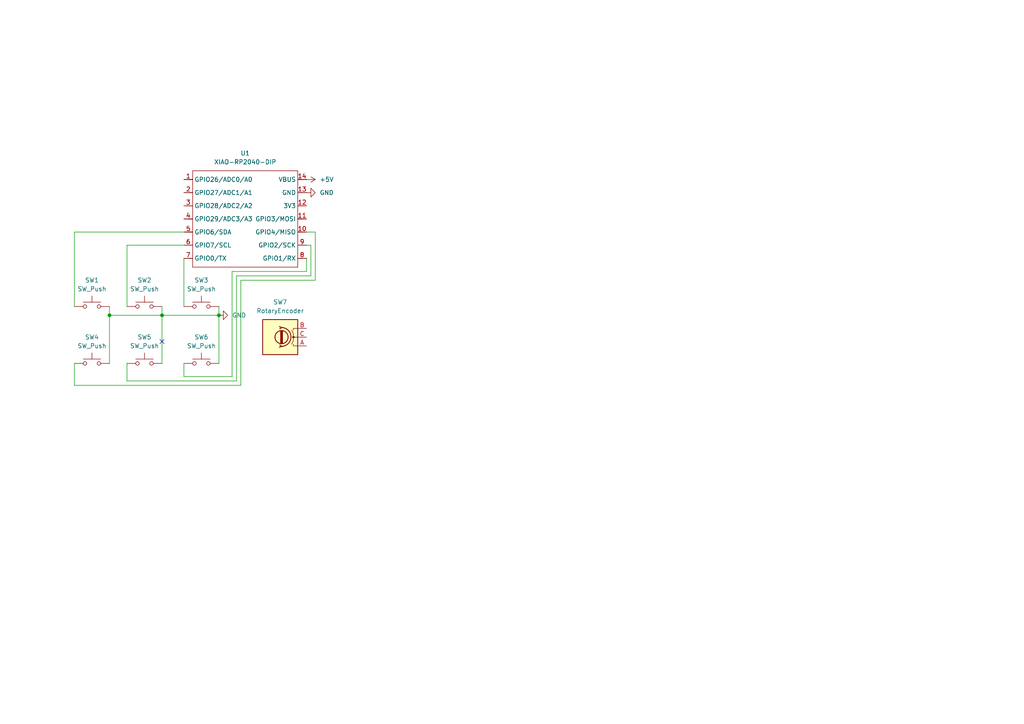
<source format=kicad_sch>
(kicad_sch (version 20231120) (generator "eeschema") (generator_version "8.0")
  (paper "A4")
  (lib_symbols
    (symbol "Device:RotaryEncoder" (pin_names (offset 0.254) hide)
      (property "Reference" "SW" (at 0 6.604 0))
      (property "Value" "RotaryEncoder" (at 0 -6.604 0))
      (symbol "RotaryEncoder_0_1"
        (rectangle (start -5.08 5.08) (end 5.08 -5.08) (stroke (width 0.254)) (fill (type background)))
        (circle (center -3.81 0) (radius 0.254) (fill (type outline)))
        (circle (center -0.381 0) (radius 1.905) (stroke (width 0.254)))
        (arc (start -0.381 2.667) (mid -3.0988 -0.0635) (end -0.381 -2.794) (stroke (width 0.254)))
        (polyline (pts (xy -0.635 -1.778) (xy -0.635 1.778)) (stroke (width 0.254)))
        (polyline (pts (xy -0.381 -1.778) (xy -0.381 1.778)) (stroke (width 0.254)))
        (polyline (pts (xy -0.127 1.778) (xy -0.127 -1.778)) (stroke (width 0.254)))
        (polyline (pts (xy -5.08 -2.54) (xy -3.81 -2.54) (xy -3.81 -2.032)))
        (polyline (pts (xy -5.08 2.54) (xy -3.81 2.54) (xy -3.81 2.032)))
        (polyline (pts (xy 0.254 -3.048) (xy -0.508 -2.794) (xy 0.127 -2.413)) (stroke (width 0.254)))
        (polyline (pts (xy 0.254 2.921) (xy -0.508 2.667) (xy 0.127 2.286)) (stroke (width 0.254)))
        (polyline (pts (xy -5.08 0) (xy -3.81 0) (xy -3.81 -1.016) (xy -3.302 -2.032)))
        (polyline (pts (xy -4.318 0) (xy -3.81 0) (xy -3.81 1.016) (xy -3.302 2.032)))
      )
      (symbol "RotaryEncoder_1_1"
        (pin passive line (at -7.62 2.54 0) (length 2.54) (name "A") (number "A"))
        (pin passive line (at -7.62 -2.54 0) (length 2.54) (name "B") (number "B"))
        (pin passive line (at -7.62 0 0) (length 2.54) (name "C") (number "C"))
      )
    )
    (symbol "Seeed_Studio_XIAO_Series:XIAO-RP2040-DIP"
      (property "Reference" "U" (at 0 0 0))
      (property "Value" "XIAO-RP2040-DIP" (at 5.334 -1.778 0))
      (symbol "XIAO-RP2040-DIP_1_0"
        (polyline (pts (xy -1.27 -30.48) (xy -1.27 -16.51)) (stroke (width 0.1524)))
        (polyline (pts (xy -1.27 -27.94) (xy -2.54 -27.94)) (stroke (width 0.1524)))
        (polyline (pts (xy -1.27 -24.13) (xy -2.54 -24.13)) (stroke (width 0.1524)))
        (polyline (pts (xy -1.27 -20.32) (xy -2.54 -20.32)) (stroke (width 0.1524)))
        (polyline (pts (xy -1.27 -16.51) (xy -2.54 -16.51)) (stroke (width 0.1524)))
        (polyline (pts (xy -1.27 -16.51) (xy -1.27 -12.7)) (stroke (width 0.1524)))
        (polyline (pts (xy -1.27 -12.7) (xy -2.54 -12.7)) (stroke (width 0.1524)))
        (polyline (pts (xy -1.27 -12.7) (xy -1.27 -8.89)) (stroke (width 0.1524)))
        (polyline (pts (xy -1.27 -8.89) (xy -2.54 -8.89)) (stroke (width 0.1524)))
        (polyline (pts (xy -1.27 -8.89) (xy -1.27 -5.08)) (stroke (width 0.1524)))
        (polyline (pts (xy -1.27 -5.08) (xy -2.54 -5.08)) (stroke (width 0.1524)))
        (polyline (pts (xy -1.27 -5.08) (xy -1.27 -2.54)) (stroke (width 0.1524)))
        (polyline (pts (xy -1.27 -2.54) (xy 29.21 -2.54)) (stroke (width 0.1524)))
        (polyline (pts (xy 29.21 -30.48) (xy -1.27 -30.48)) (stroke (width 0.1524)))
        (polyline (pts (xy 29.21 -12.7) (xy 29.21 -30.48)) (stroke (width 0.1524)))
        (polyline (pts (xy 29.21 -8.89) (xy 29.21 -12.7)) (stroke (width 0.1524)))
        (polyline (pts (xy 29.21 -5.08) (xy 29.21 -8.89)) (stroke (width 0.1524)))
        (polyline (pts (xy 29.21 -2.54) (xy 29.21 -5.08)) (stroke (width 0.1524)))
        (polyline (pts (xy 30.48 -27.94) (xy 29.21 -27.94)) (stroke (width 0.1524)))
        (polyline (pts (xy 30.48 -24.13) (xy 29.21 -24.13)) (stroke (width 0.1524)))
        (polyline (pts (xy 30.48 -20.32) (xy 29.21 -20.32)) (stroke (width 0.1524)))
        (polyline (pts (xy 30.48 -16.51) (xy 29.21 -16.51)) (stroke (width 0.1524)))
        (polyline (pts (xy 30.48 -12.7) (xy 29.21 -12.7)) (stroke (width 0.1524)))
        (polyline (pts (xy 30.48 -8.89) (xy 29.21 -8.89)) (stroke (width 0.1524)))
        (polyline (pts (xy 30.48 -5.08) (xy 29.21 -5.08)) (stroke (width 0.1524)))
        (pin passive line (at -3.81 -5.08 0) (length 2.54) (name "GPIO26/ADC0/A0") (number "1"))
        (pin passive line (at 31.75 -20.32 180) (length 2.54) (name "GPIO4/MISO") (number "10"))
        (pin passive line (at 31.75 -16.51 180) (length 2.54) (name "GPIO3/MOSI") (number "11"))
        (pin passive line (at 31.75 -12.7 180) (length 2.54) (name "3V3") (number "12"))
        (pin passive line (at 31.75 -8.89 180) (length 2.54) (name "GND") (number "13"))
        (pin passive line (at 31.75 -5.08 180) (length 2.54) (name "VBUS") (number "14"))
        (pin passive line (at -3.81 -8.89 0) (length 2.54) (name "GPIO27/ADC1/A1") (number "2"))
        (pin passive line (at -3.81 -12.7 0) (length 2.54) (name "GPIO28/ADC2/A2") (number "3"))
        (pin passive line (at -3.81 -16.51 0) (length 2.54) (name "GPIO29/ADC3/A3") (number "4"))
        (pin passive line (at -3.81 -20.32 0) (length 2.54) (name "GPIO6/SDA") (number "5"))
        (pin passive line (at -3.81 -24.13 0) (length 2.54) (name "GPIO7/SCL") (number "6"))
        (pin passive line (at -3.81 -27.94 0) (length 2.54) (name "GPIO0/TX") (number "7"))
        (pin passive line (at 31.75 -27.94 180) (length 2.54) (name "GPIO1/RX") (number "8"))
        (pin passive line (at 31.75 -24.13 180) (length 2.54) (name "GPIO2/SCK") (number "9"))
      )
    )
    (symbol "Switch:SW_Push" (pin_numbers hide) (pin_names (offset 1.016) hide)
      (property "Reference" "SW" (at 1.27 2.54 0))
      (property "Value" "SW_Push" (at 0 -1.524 0))
      (symbol "SW_Push_0_1"
        (circle (center -2.032 0) (radius 0.508))
        (polyline (pts (xy 0 1.27) (xy 0 3.048)))
        (polyline (pts (xy 2.54 1.27) (xy -2.54 1.27)))
        (circle (center 2.032 0) (radius 0.508))
        (pin passive line (at -5.08 0 0) (length 2.54) (name "1") (number "1"))
        (pin passive line (at 5.08 0 180) (length 2.54) (name "2") (number "2"))
      )
    )
    (symbol "power:+5V" (power) (pin_numbers hide) (pin_names (offset 0) hide)
      (property "Value" "+5V" (at 0 3.556 0))
      (symbol "+5V_0_1"
        (polyline (pts (xy -0.762 1.27) (xy 0 2.54)))
        (polyline (pts (xy 0 0) (xy 0 2.54)))
        (polyline (pts (xy 0 2.54) (xy 0.762 1.27)))
      )
      (symbol "+5V_1_1"
        (pin power_in line (at 0 0 90) (length 0) (name "~") (number "1"))
      )
    )
    (symbol "power:GND" (power) (pin_numbers hide) (pin_names (offset 0) hide)
      (property "Value" "GND" (at 0 -3.81 0))
      (symbol "GND_0_1"
        (polyline (pts (xy 0 0) (xy 0 -1.27) (xy 1.27 -1.27) (xy 0 -2.54) (xy -1.27 -1.27) (xy 0 -1.27)))
      )
      (symbol "GND_1_1"
        (pin power_in line (at 0 0 270) (length 0) (name "~") (number "1"))
      )
    )
  )
  (junction (at 31.75 91.44))
  (junction (at 46.99 91.44))
  (junction (at 63.5 91.44))
  (no_connect (at 46.99 99.06))
  (wire (pts (xy 53.34 105.41) (xy 53.34 109.22)))
  (wire (pts (xy 36.83 88.9) (xy 36.83 71.12)))
  (wire (pts (xy 31.75 88.9) (xy 31.75 91.44)))
  (wire (pts (xy 31.75 91.44) (xy 31.75 105.41)))
  (wire (pts (xy 46.99 91.44) (xy 63.5 91.44)))
  (wire (pts (xy 91.44 81.28) (xy 91.44 67.31)))
  (wire (pts (xy 69.85 111.76) (xy 69.85 81.28)))
  (wire (pts (xy 67.31 78.74) (xy 67.31 109.22)))
  (wire (pts (xy 88.9 74.93) (xy 88.9 78.74)))
  (wire (pts (xy 68.58 110.49) (xy 68.58 80.01)))
  (wire (pts (xy 69.85 81.28) (xy 91.44 81.28)))
  (wire (pts (xy 53.34 74.93) (xy 53.34 88.9)))
  (wire (pts (xy 21.59 67.31) (xy 53.34 67.31)))
  (wire (pts (xy 36.83 105.41) (xy 36.83 110.49)))
  (wire (pts (xy 53.34 109.22) (xy 67.31 109.22)))
  (wire (pts (xy 90.17 71.12) (xy 88.9 71.12)))
  (wire (pts (xy 36.83 71.12) (xy 53.34 71.12)))
  (wire (pts (xy 67.31 78.74) (xy 88.9 78.74)))
  (wire (pts (xy 46.99 88.9) (xy 46.99 91.44)))
  (wire (pts (xy 63.5 91.44) (xy 63.5 105.41)))
  (wire (pts (xy 31.75 91.44) (xy 46.99 91.44)))
  (wire (pts (xy 21.59 88.9) (xy 21.59 67.31)))
  (wire (pts (xy 90.17 80.01) (xy 90.17 71.12)))
  (wire (pts (xy 63.5 88.9) (xy 63.5 91.44)))
  (wire (pts (xy 21.59 105.41) (xy 21.59 111.76)))
  (wire (pts (xy 36.83 110.49) (xy 68.58 110.49)))
  (wire (pts (xy 68.58 80.01) (xy 90.17 80.01)))
  (wire (pts (xy 21.59 111.76) (xy 69.85 111.76)))
  (wire (pts (xy 46.99 91.44) (xy 46.99 105.41)))
  (wire (pts (xy 91.44 67.31) (xy 88.9 67.31)))
  (symbol (lib_id "Switch:SW_Push") (at 58.42 88.9 0) (unit 1)
    (property "Reference" "SW3" (at 58.42 81.28 0))
    (property "Value" "SW_Push" (at 58.42 83.82 0))
    (property "Footprint" "Button_Switch_Keyboard:SW_Cherry_MX_1.00u_PCB" (effects (hide yes)))
    (property "Description" "Push button switch, generic, two pins" (effects (hide yes)))
  )
  (symbol (lib_id "Switch:SW_Push") (at 41.91 105.41 0) (unit 1)
    (property "Reference" "SW5" (at 41.91 97.79 0))
    (property "Value" "SW_Push" (at 41.91 100.33 0))
    (property "Footprint" "Button_Switch_Keyboard:SW_Cherry_MX_1.00u_PCB" (effects (hide yes)))
    (property "Description" "Push button switch, generic, two pins" (effects (hide yes)))
  )
  (symbol (lib_id "Switch:SW_Push") (at 26.67 105.41 0) (unit 1)
    (property "Reference" "SW4" (at 26.67 97.79 0))
    (property "Value" "SW_Push" (at 26.67 100.33 0))
    (property "Footprint" "Button_Switch_Keyboard:SW_Cherry_MX_1.00u_PCB" (effects (hide yes)))
    (property "Description" "Push button switch, generic, two pins" (effects (hide yes)))
  )
  (symbol (lib_id "Device:RotaryEncoder") (at 81.28 97.79 180) (unit 1)
    (property "Reference" "SW7" (at 81.28 87.63 0))
    (property "Value" "RotaryEncoder" (at 81.28 90.17 0))
    (property "Footprint" "Rotary_Encoder:RotaryEncoder_Alps_EC11E_Vertical_H20mm" (effects (hide yes)))
    (property "Description" "Rotary encoder, dual channel, incremental quadrate outputs" (effects (hide yes)))
  )
  (symbol (lib_id "power:+5V") (at 88.9 52.07 270) (unit 1)
    (property "Reference" "#PWR03" (effects (hide yes)))
    (property "Value" "+5V" (at 92.71 52.0699 90) (effects (justify left)))
    (property "Description" "Power symbol creates a global label with name \"+5V\"" (effects (hide yes)))
  )
  (symbol (lib_id "power:GND") (at 88.9 55.88 90) (unit 1)
    (property "Reference" "#PWR02" (effects (hide yes)))
    (property "Value" "GND" (at 92.71 55.8799 90) (effects (justify right)))
    (property "Description" "Power symbol creates a global label with name \"GND\" , ground" (effects (hide yes)))
  )
  (symbol (lib_id "power:GND") (at 63.5 91.44 90) (unit 1)
    (property "Reference" "#PWR01" (effects (hide yes)))
    (property "Value" "GND" (at 67.31 91.4399 90) (effects (justify right)))
    (property "Description" "Power symbol creates a global label with name \"GND\" , ground" (effects (hide yes)))
  )
  (symbol (lib_id "Seeed_Studio_XIAO_Series:XIAO-RP2040-DIP") (at 57.15 46.99 0) (unit 1)
    (property "Reference" "U1" (at 71.12 44.45 0))
    (property "Value" "XIAO-RP2040-DIP" (at 71.12 46.99 0))
    (property "Footprint" "Seeed Studio XIAO Series Library:XIAO-RP2040-DIP" (effects (hide yes)))
  )
  (symbol (lib_id "Switch:SW_Push") (at 58.42 105.41 0) (unit 1)
    (property "Reference" "SW6" (at 58.42 97.79 0))
    (property "Value" "SW_Push" (at 58.42 100.33 0))
    (property "Footprint" "Button_Switch_Keyboard:SW_Cherry_MX_1.00u_PCB" (effects (hide yes)))
    (property "Description" "Push button switch, generic, two pins" (effects (hide yes)))
  )
  (symbol (lib_id "Switch:SW_Push") (at 26.67 88.9 0) (unit 1)
    (property "Reference" "SW1" (at 26.67 81.28 0))
    (property "Value" "SW_Push" (at 26.67 83.82 0))
    (property "Footprint" "Button_Switch_Keyboard:SW_Cherry_MX_1.00u_PCB" (effects (hide yes)))
    (property "Description" "Push button switch, generic, two pins" (effects (hide yes)))
  )
  (symbol (lib_id "Switch:SW_Push") (at 41.91 88.9 0) (unit 1)
    (property "Reference" "SW2" (at 41.91 81.28 0))
    (property "Value" "SW_Push" (at 41.91 83.82 0))
    (property "Footprint" "Button_Switch_Keyboard:SW_Cherry_MX_1.00u_PCB" (effects (hide yes)))
    (property "Description" "Push button switch, generic, two pins" (effects (hide yes)))
  )
)
</source>
